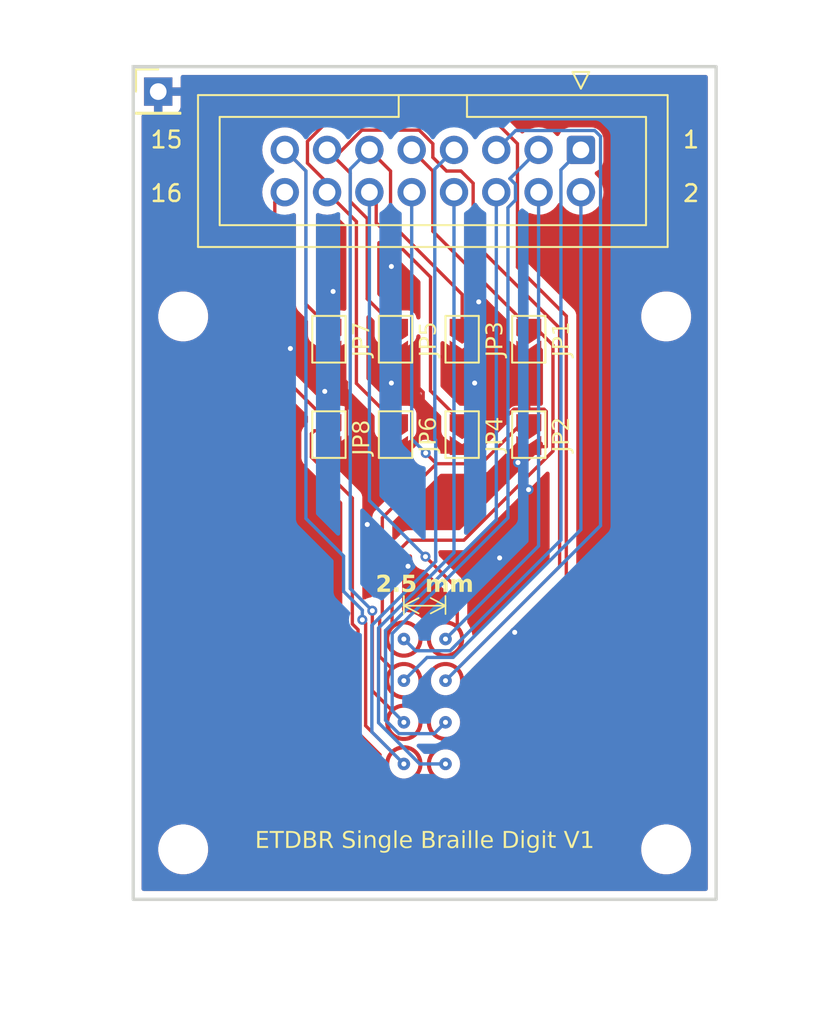
<source format=kicad_pcb>
(kicad_pcb (version 20240108) (generator "pcbnew") (generator_version "8.0")
  (layers (0 "F.Cu" signal) (31 "B.Cu" signal) (34 "B.Paste" user) (35 "F.Paste" user) (36 "B.SilkS" user "B.Silkscreen") (37 "F.SilkS" user "F.Silkscreen") (38 "B.Mask" user) (39 "F.Mask" user) (44 "Edge.Cuts" user))
  (net 0 "")
  (net 1 "Net-(J2-Pin_16)")
  (net 2 "Net-(J2-Pin_11)")
  (net 3 "Net-(J2-Pin_7)")
  (net 4 "Net-(J2-Pin_2)")
  (net 5 "Net-(J2-Pin_3)")
  (net 6 "Net-(J2-Pin_15)")
  (net 7 "Net-(J2-Pin_9)")
  (net 8 "Net-(J2-Pin_4)")
  (net 9 "Net-(J2-Pin_6)")
  (net 10 "Net-(J2-Pin_14)")
  (net 11 "Net-(J2-Pin_5)")
  (net 12 "Net-(J2-Pin_13)")
  (net 13 "Net-(J2-Pin_10)")
  (net 14 "Net-(J2-Pin_12)")
  (net 15 "Net-(J2-Pin_1)")
  (net 16 "Net-(J2-Pin_8)")
  (net 17 "/GNDPlane")
  (footprint "Connector_PinHeader_2.54mm:PinHeader_1x01_P2.54mm_Vertical" (layer "F.Cu") (at 49.78 57.465)
    (property "Reference" "J1")
    (property "Value" "Conn_01x01_Pin")
    (fp_line (start -1.33 -1.33) (end 0 -1.33) (stroke (width 0.12)) (layer "F.SilkS"))
    (fp_line (start -1.33 0) (end -1.33 -1.33) (stroke (width 0.12)) (layer "F.SilkS"))
    (fp_line (start -1.33 1.27) (end -1.33 1.33) (stroke (width 0.12)) (layer "F.SilkS"))
    (fp_line (start -1.33 1.27) (end 1.33 1.27) (stroke (width 0.12)) (layer "F.SilkS"))
    (fp_line (start -1.33 1.33) (end 1.33 1.33) (stroke (width 0.12)) (layer "F.SilkS"))
    (fp_line (start 1.33 1.27) (end 1.33 1.33) (stroke (width 0.12)) (layer "F.SilkS"))
    (pad "1" thru_hole rect (at 0 0) (size 1.7 1.7) (drill 1) (layers "*.Cu" "*.Mask") (net 17 "/GNDPlane"))
  )
  (footprint "Jumper:SolderJumper-2_P1.3mm_Open_TrianglePad1.0x1.5mm" (layer "F.Cu") (at 68.03 72.335 -90)
    (property "Reference" "JP3" (at 0 -2 90) (layer "F.SilkS"))
    (property "Value" "SolderJumper_2_Open" (hide yes))
    (fp_line (start -1.4 1) (end -1.4 -1) (stroke (width 0.12)) (layer "F.SilkS"))
    (fp_line (start 1.4 1) (end -1.4 1) (stroke (width 0.12)) (layer "F.SilkS"))
    (fp_line (start -1.4 -1) (end 1.4 -1) (stroke (width 0.12)) (layer "F.SilkS"))
    (fp_line (start 1.4 -1) (end 1.4 1) (stroke (width 0.12)) (layer "F.SilkS"))
    (pad "1" smd custom (at -0.725 0 270) (size 0.3 0.3) (layers "F.Cu" "F.Mask") (net 2 "Net-(J2-Pin_11)") (options (clearance outline) (anchor rect)) (primitives (gr_poly (pts (xy 1 0) (xy 0.5 0.75) (xy -0.5 0.75) (xy -0.5 -0.75) (xy 0.5 -0.75)) (width 0) (fill yes))))
    (pad "2" smd custom (at 0.725 0 270) (size 0.3 0.3) (layers "F.Cu" "F.Mask") (net 17 "/GNDPlane") (options (clearance outline) (anchor rect)) (primitives (gr_poly (pts (xy 0.5 0.75) (xy -0.65 0.75) (xy -0.15 0) (xy -0.65 -0.75) (xy 0.5 -0.75)) (width 0) (fill yes))))
  )
  (footprint "Connector_IDC:IDC-Header_2x08_P2.54mm_Vertical" (layer "F.Cu") (at 75.16 60.965 -90)
    (property "Reference" "J2" (hide yes))
    (property "Value" "Conn_02x08_Top_Bottom")
    (fp_line (start -3.29 22.99) (end -3.29 -5.21) (stroke (width 0.12)) (layer "F.SilkS"))
    (fp_line (start 5.83 22.99) (end -3.29 22.99) (stroke (width 0.12)) (layer "F.SilkS"))
    (fp_line (start -1.98 21.69) (end -1.98 10.94) (stroke (width 0.12)) (layer "F.SilkS"))
    (fp_line (start 4.52 21.69) (end -1.98 21.69) (stroke (width 0.12)) (layer "F.SilkS"))
    (fp_line (start -1.98 10.94) (end -3.29 10.94) (stroke (width 0.12)) (layer "F.SilkS"))
    (fp_line (start -1.98 10.94) (end -1.98 10.94) (stroke (width 0.12)) (layer "F.SilkS"))
    (fp_line (start -3.29 6.84) (end -1.98 6.84) (stroke (width 0.12)) (layer "F.SilkS"))
    (fp_line (start -1.98 6.84) (end -1.98 -3.91) (stroke (width 0.12)) (layer "F.SilkS"))
    (fp_line (start -4.68 0.5) (end -3.68 0) (stroke (width 0.12)) (layer "F.SilkS"))
    (fp_line (start -3.68 0) (end -4.68 -0.5) (stroke (width 0.12)) (layer "F.SilkS"))
    (fp_line (start -4.68 -0.5) (end -4.68 0.5) (stroke (width 0.12)) (layer "F.SilkS"))
    (fp_line (start -1.98 -3.91) (end 4.52 -3.91) (stroke (width 0.12)) (layer "F.SilkS"))
    (fp_line (start 4.52 -3.91) (end 4.52 21.69) (stroke (width 0.12)) (layer "F.SilkS"))
    (fp_line (start -3.29 -5.21) (end 5.83 -5.21) (stroke (width 0.12)) (layer "F.SilkS"))
    (fp_line (start 5.83 -5.21) (end 5.83 22.99) (stroke (width 0.12)) (layer "F.SilkS"))
    (pad "1" thru_hole roundrect (at 0 0 270) (size 1.7 1.7) (drill 1) (layers "*.Cu" "*.Mask") (roundrect_rratio 0.147059) (net 15 "Net-(J2-Pin_1)"))
    (pad "2" thru_hole circle (at 2.54 0 270) (size 1.7 1.7) (drill 1) (layers "*.Cu" "*.Mask") (net 4 "Net-(J2-Pin_2)"))
    (pad "3" thru_hole circle (at 0 2.54 270) (size 1.7 1.7) (drill 1) (layers "*.Cu" "*.Mask") (net 5 "Net-(J2-Pin_3)"))
    (pad "4" thru_hole circle (at 2.54 2.54 270) (size 1.7 1.7) (drill 1) (layers "*.Cu" "*.Mask") (net 8 "Net-(J2-Pin_4)"))
    (pad "5" thru_hole circle (at 0 5.08 270) (size 1.7 1.7) (drill 1) (layers "*.Cu" "*.Mask") (net 11 "Net-(J2-Pin_5)"))
    (pad "6" thru_hole circle (at 2.54 5.08 270) (size 1.7 1.7) (drill 1) (layers "*.Cu" "*.Mask") (net 9 "Net-(J2-Pin_6)"))
    (pad "7" thru_hole circle (at 0 7.62 270) (size 1.7 1.7) (drill 1) (layers "*.Cu" "*.Mask") (net 3 "Net-(J2-Pin_7)"))
    (pad "8" thru_hole circle (at 2.54 7.62 270) (size 1.7 1.7) (drill 1) (layers "*.Cu" "*.Mask") (net 16 "Net-(J2-Pin_8)"))
    (pad "9" thru_hole circle (at 0 10.16 270) (size 1.7 1.7) (drill 1) (layers "*.Cu" "*.Mask") (net 7 "Net-(J2-Pin_9)"))
    (pad "10" thru_hole circle (at 2.54 10.16 270) (size 1.7 1.7) (drill 1) (layers "*.Cu" "*.Mask") (net 13 "Net-(J2-Pin_10)"))
    (pad "11" thru_hole circle (at 0 12.7 270) (size 1.7 1.7) (drill 1) (layers "*.Cu" "*.Mask") (net 2 "Net-(J2-Pin_11)"))
    (pad "12" thru_hole circle (at 2.54 12.7 270) (size 1.7 1.7) (drill 1) (layers "*.Cu" "*.Mask") (net 14 "Net-(J2-Pin_12)"))
    (pad "13" thru_hole circle (at 0 15.24 270) (size 1.7 1.7) (drill 1) (layers "*.Cu" "*.Mask") (net 12 "Net-(J2-Pin_13)"))
    (pad "14" thru_hole circle (at 2.54 15.24 270) (size 1.7 1.7) (drill 1) (layers "*.Cu" "*.Mask") (net 10 "Net-(J2-Pin_14)"))
    (pad "15" thru_hole circle (at 0 17.78 270) (size 1.7 1.7) (drill 1) (layers "*.Cu" "*.Mask") (net 6 "Net-(J2-Pin_15)"))
    (pad "16" thru_hole circle (at 2.54 17.78 270) (size 1.7 1.7) (drill 1) (layers "*.Cu" "*.Mask") (net 1 "Net-(J2-Pin_16)"))
  )
  (footprint "Jumper:SolderJumper-2_P1.3mm_Open_TrianglePad1.0x1.5mm" (layer "F.Cu") (at 68.03 78.06 -90)
    (property "Reference" "JP4" (at 0 -2 90) (layer "F.SilkS"))
    (property "Value" "SolderJumper_2_Open" (hide yes))
    (fp_line (start -1.4 1) (end -1.4 -1) (stroke (width 0.12)) (layer "F.SilkS"))
    (fp_line (start 1.4 1) (end -1.4 1) (stroke (width 0.12)) (layer "F.SilkS"))
    (fp_line (start -1.4 -1) (end 1.4 -1) (stroke (width 0.12)) (layer "F.SilkS"))
    (fp_line (start 1.4 -1) (end 1.4 1) (stroke (width 0.12)) (layer "F.SilkS"))
    (pad "1" smd custom (at -0.725 0 270) (size 0.3 0.3) (layers "F.Cu" "F.Mask") (net 14 "Net-(J2-Pin_12)") (options (clearance outline) (anchor rect)) (primitives (gr_poly (pts (xy 1 0) (xy 0.5 0.75) (xy -0.5 0.75) (xy -0.5 -0.75) (xy 0.5 -0.75)) (width 0) (fill yes))))
    (pad "2" smd custom (at 0.725 0 270) (size 0.3 0.3) (layers "F.Cu" "F.Mask") (net 17 "/GNDPlane") (options (clearance outline) (anchor rect)) (primitives (gr_poly (pts (xy 0.5 0.75) (xy -0.65 0.75) (xy -0.15 0) (xy -0.65 -0.75) (xy 0.5 -0.75)) (width 0) (fill yes))))
  )
  (footprint "MountingHole:MountingHole_2.5mm" (layer "F.Cu") (at 51.28 70.965)
    (property "Reference" "REF**")
    (property "Value" "MountingHole_2.5mm" (hide yes))
    (pad "" np_thru_hole circle (at 0 0) (size 2.5 2.5) (drill 2.5) (layers "*.Cu" "*.Mask"))
  )
  (footprint "Jumper:SolderJumper-2_P1.3mm_Open_TrianglePad1.0x1.5mm" (layer "F.Cu") (at 60.03 72.335 -90)
    (property "Reference" "JP7" (at 0 -2 90) (layer "F.SilkS"))
    (property "Value" "SolderJumper_2_Open" (hide yes))
    (fp_line (start -1.4 1) (end -1.4 -1) (stroke (width 0.12)) (layer "F.SilkS"))
    (fp_line (start 1.4 1) (end -1.4 1) (stroke (width 0.12)) (layer "F.SilkS"))
    (fp_line (start -1.4 -1) (end 1.4 -1) (stroke (width 0.12)) (layer "F.SilkS"))
    (fp_line (start 1.4 -1) (end 1.4 1) (stroke (width 0.12)) (layer "F.SilkS"))
    (pad "1" smd custom (at -0.725 0 270) (size 0.3 0.3) (layers "F.Cu" "F.Mask") (net 6 "Net-(J2-Pin_15)") (options (clearance outline) (anchor rect)) (primitives (gr_poly (pts (xy 1 0) (xy 0.5 0.75) (xy -0.5 0.75) (xy -0.5 -0.75) (xy 0.5 -0.75)) (width 0) (fill yes))))
    (pad "2" smd custom (at 0.725 0 270) (size 0.3 0.3) (layers "F.Cu" "F.Mask") (net 17 "/GNDPlane") (options (clearance outline) (anchor rect)) (primitives (gr_poly (pts (xy 0.5 0.75) (xy -0.65 0.75) (xy -0.15 0) (xy -0.65 -0.75) (xy 0.5 -0.75)) (width 0) (fill yes))))
  )
  (footprint "Jumper:SolderJumper-2_P1.3mm_Open_TrianglePad1.0x1.5mm" (layer "F.Cu") (at 64.03 78.06 -90)
    (property "Reference" "JP6" (at 0 -2 90) (layer "F.SilkS"))
    (property "Value" "SolderJumper_2_Open" (hide yes))
    (fp_line (start -1.4 1) (end -1.4 -1) (stroke (width 0.12)) (layer "F.SilkS"))
    (fp_line (start 1.4 1) (end -1.4 1) (stroke (width 0.12)) (layer "F.SilkS"))
    (fp_line (start -1.4 -1) (end 1.4 -1) (stroke (width 0.12)) (layer "F.SilkS"))
    (fp_line (start 1.4 -1) (end 1.4 1) (stroke (width 0.12)) (layer "F.SilkS"))
    (pad "1" smd custom (at -0.725 0 270) (size 0.3 0.3) (layers "F.Cu" "F.Mask") (net 10 "Net-(J2-Pin_14)") (options (clearance outline) (anchor rect)) (primitives (gr_poly (pts (xy 1 0) (xy 0.5 0.75) (xy -0.5 0.75) (xy -0.5 -0.75) (xy 0.5 -0.75)) (width 0) (fill yes))))
    (pad "2" smd custom (at 0.725 0 270) (size 0.3 0.3) (layers "F.Cu" "F.Mask") (net 17 "/GNDPlane") (options (clearance outline) (anchor rect)) (primitives (gr_poly (pts (xy 0.5 0.75) (xy -0.65 0.75) (xy -0.15 0) (xy -0.65 -0.75) (xy 0.5 -0.75)) (width 0) (fill yes))))
  )
  (footprint "MountingHole:MountingHole_2.5mm" (layer "F.Cu") (at 80.28 102.965)
    (property "Reference" "REF**")
    (property "Value" "MountingHole_2.5mm" (hide yes))
    (pad "" np_thru_hole circle (at 0 0) (size 2.5 2.5) (drill 2.5) (layers "*.Cu" "*.Mask"))
  )
  (footprint "Jumper:SolderJumper-2_P1.3mm_Open_TrianglePad1.0x1.5mm" (layer "F.Cu") (at 72.03 78.06 -90)
    (property "Reference" "JP2" (at 0 -2 90) (layer "F.SilkS"))
    (property "Value" "SolderJumper_2_Open" (hide yes))
    (fp_line (start -1.4 1) (end -1.4 -1) (stroke (width 0.12)) (layer "F.SilkS"))
    (fp_line (start 1.4 1) (end -1.4 1) (stroke (width 0.12)) (layer "F.SilkS"))
    (fp_line (start -1.4 -1) (end 1.4 -1) (stroke (width 0.12)) (layer "F.SilkS"))
    (fp_line (start 1.4 -1) (end 1.4 1) (stroke (width 0.12)) (layer "F.SilkS"))
    (pad "1" smd custom (at -0.725 0 270) (size 0.3 0.3) (layers "F.Cu" "F.Mask") (net 13 "Net-(J2-Pin_10)") (options (clearance outline) (anchor rect)) (primitives (gr_poly (pts (xy 1 0) (xy 0.5 0.75) (xy -0.5 0.75) (xy -0.5 -0.75) (xy 0.5 -0.75)) (width 0) (fill yes))))
    (pad "2" smd custom (at 0.725 0 270) (size 0.3 0.3) (layers "F.Cu" "F.Mask") (net 17 "/GNDPlane") (options (clearance outline) (anchor rect)) (primitives (gr_poly (pts (xy 0.5 0.75) (xy -0.65 0.75) (xy -0.15 0) (xy -0.65 -0.75) (xy 0.5 -0.75)) (width 0) (fill yes))))
  )
  (footprint "Jumper:SolderJumper-2_P1.3mm_Open_TrianglePad1.0x1.5mm" (layer "F.Cu") (at 60.03 78.06 -90)
    (property "Reference" "JP8" (at 0.185 -2 90) (layer "F.SilkS"))
    (property "Value" "SolderJumper_2_Open" (hide yes))
    (fp_line (start -1.4 1) (end -1.4 -1) (stroke (width 0.12)) (layer "F.SilkS"))
    (fp_line (start 1.4 1) (end -1.4 1) (stroke (width 0.12)) (layer "F.SilkS"))
    (fp_line (start -1.4 -1) (end 1.4 -1) (stroke (width 0.12)) (layer "F.SilkS"))
    (fp_line (start 1.4 -1) (end 1.4 1) (stroke (width 0.12)) (layer "F.SilkS"))
    (pad "1" smd custom (at -0.725 0 270) (size 0.3 0.3) (layers "F.Cu" "F.Mask") (net 1 "Net-(J2-Pin_16)") (options (clearance outline) (anchor rect)) (primitives (gr_poly (pts (xy 1 0) (xy 0.5 0.75) (xy -0.5 0.75) (xy -0.5 -0.75) (xy 0.5 -0.75)) (width 0) (fill yes))))
    (pad "2" smd custom (at 0.725 0 270) (size 0.3 0.3) (layers "F.Cu" "F.Mask") (net 17 "/GNDPlane") (options (clearance outline) (anchor rect)) (primitives (gr_poly (pts (xy 0.5 0.75) (xy -0.65 0.75) (xy -0.15 0) (xy -0.65 -0.75) (xy 0.5 -0.75)) (width 0) (fill yes))))
  )
  (footprint "Jumper:SolderJumper-2_P1.3mm_Open_TrianglePad1.0x1.5mm" (layer "F.Cu") (at 72.03 72.335 -90)
    (property "Reference" "JP1" (at 0 -2 90) (layer "F.SilkS"))
    (property "Value" "SolderJumper_2_Open" (hide yes))
    (fp_line (start -1.4 1) (end -1.4 -1) (stroke (width 0.12)) (layer "F.SilkS"))
    (fp_line (start 1.4 1) (end -1.4 1) (stroke (width 0.12)) (layer "F.SilkS"))
    (fp_line (start -1.4 -1) (end 1.4 -1) (stroke (width 0.12)) (layer "F.SilkS"))
    (fp_line (start 1.4 -1) (end 1.4 1) (stroke (width 0.12)) (layer "F.SilkS"))
    (pad "1" smd custom (at -0.725 0 270) (size 0.3 0.3) (layers "F.Cu" "F.Mask") (net 7 "Net-(J2-Pin_9)") (options (clearance outline) (anchor rect)) (primitives (gr_poly (pts (xy 1 0) (xy 0.5 0.75) (xy -0.5 0.75) (xy -0.5 -0.75) (xy 0.5 -0.75)) (width 0) (fill yes))))
    (pad "2" smd custom (at 0.725 0 270) (size 0.3 0.3) (layers "F.Cu" "F.Mask") (net 17 "/GNDPlane") (options (clearance outline) (anchor rect)) (primitives (gr_poly (pts (xy 0.5 0.75) (xy -0.65 0.75) (xy -0.15 0) (xy -0.65 -0.75) (xy 0.5 -0.75)) (width 0) (fill yes))))
  )
  (footprint "MountingHole:MountingHole_2.5mm" (layer "F.Cu") (at 51.28 102.965)
    (property "Reference" "REF**")
    (property "Value" "MountingHole_2.5mm" (hide yes))
    (pad "" np_thru_hole circle (at 0 0) (size 2.5 2.5) (drill 2.5) (layers "*.Cu" "*.Mask"))
  )
  (footprint "MountingHole:MountingHole_2.5mm" (layer "F.Cu") (at 80.28 70.965)
    (property "Reference" "REF**")
    (property "Value" "MountingHole_2.5mm" (hide yes))
    (pad "" np_thru_hole circle (at 0 0) (size 2.5 2.5) (drill 2.5) (layers "*.Cu" "*.Mask"))
  )
  (footprint "etdbrFoot:digitV1.1" (layer "F.Cu") (at 64.53 97.835)
    (property "Reference" "U2")
    (property "Value" "~")
    (dimension (type aligned) (layer "F.SilkS") (pts (xy 64.53 89.335) (xy 67.03 89.335)) (height -1) (gr_text "2.5 mm" (at 65.78 87.085 0) (layer "F.SilkS") (effects (font (face "Comic Sans MS") (size 1 1) (thickness 0.3) (bold yes)))) (format (prefix "") (suffix "") (units 3) (units_format 1) (precision 3) suppress_zeroes) (style (thickness 0.1) (arrow_length 1) (text_position_mode 0) (extension_height 0.58642) (extension_offset 0.5) keep_text_aligned))
    (pad "-1" smd custom (at -0.707107 -8.207107) (size 0.25 0.25) (layers "F.Cu" "F.Paste" "F.Mask") (net 7 "Net-(J2-Pin_9)") (options (clearance outline) (anchor circle)) (primitives (gr_circle (center 0.707107 0.707107) (end 1.707107 0.707107) (width 0.25) (fill no))))
    (pad "-2" smd custom (at -0.707107 -5.707107) (size 0.25 0.25) (layers "F.Cu" "F.Paste" "F.Mask") (net 13 "Net-(J2-Pin_10)") (options (clearance outline) (anchor circle)) (primitives (gr_circle (center 0.707107 0.707107) (end 1.707107 0.707107) (width 0.25) (fill no))))
    (pad "-3" smd custom (at -0.707107 -3.207107) (size 0.25 0.25) (layers "F.Cu" "F.Paste" "F.Mask") (net 2 "Net-(J2-Pin_11)") (options (clearance outline) (anchor circle)) (primitives (gr_circle (center 0.707107 0.707107) (end 1.707107 0.707107) (width 0.25) (fill no))))
    (pad "-4" smd custom (at 3.207107 -8.207107) (size 0.25 0.25) (layers "F.Cu" "F.Paste" "F.Mask") (net 14 "Net-(J2-Pin_12)") (options (clearance outline) (anchor circle)) (primitives (gr_circle (center -0.707107 0.707107) (end 0.292893 0.707107) (width 0.25) (fill no))))
    (pad "-5" smd custom (at 3.207107 -5.707107) (size 0.25 0.25) (layers "F.Cu" "F.Paste" "F.Mask") (net 12 "Net-(J2-Pin_13)") (options (clearance outline) (anchor circle)) (primitives (gr_circle (center -0.707107 0.707107) (end 0.292893 0.707107) (width 0.25) (fill no))))
    (pad "-6" smd custom (at 3.207107 -3.207107) (size 0.25 0.25) (layers "F.Cu" "F.Paste" "F.Mask") (net 10 "Net-(J2-Pin_14)") (options (clearance outline) (anchor circle)) (primitives (gr_circle (center -0.707107 0.707107) (end 0.292893 0.707107) (width 0.25) (fill no))))
    (pad "-7" smd custom (at -0.707107 -0.707107) (size 0.25 0.25) (layers "F.Cu" "F.Paste" "F.Mask") (net 6 "Net-(J2-Pin_15)") (options (clearance outline) (anchor circle)) (primitives (gr_circle (center 0.707107 0.707107) (end 1.707107 0.707107) (width 0.25) (fill no))))
    (pad "-8" smd custom (at 1.792893 0.707107) (size 0.25 0.25) (layers "F.Cu" "F.Paste" "F.Mask") (net 1 "Net-(J2-Pin_16)") (options (clearance outline) (anchor circle)) (primitives (gr_circle (center 0.707107 -0.707107) (end 1.707107 -0.707107) (width 0.25) (fill no))))
    (pad "1" thru_hole circle (at 0 -7.5 270) (size 0.75 0.75) (drill 0.3) (layers "*.Cu" "*.Mask") (net 15 "Net-(J2-Pin_1)"))
    (pad "2" thru_hole circle (at 0 -5 270) (size 0.75 0.75) (drill 0.3) (layers "*.Cu" "*.Mask") (net 4 "Net-(J2-Pin_2)"))
    (pad "3" thru_hole circle (at 0 -2.5 270) (size 0.75 0.75) (drill 0.3) (layers "*.Cu" "*.Mask") (net 5 "Net-(J2-Pin_3)"))
    (pad "4" thru_hole circle (at 2.5 -7.5 90) (size 0.75 0.75) (drill 0.3) (layers "*.Cu" "*.Mask") (net 8 "Net-(J2-Pin_4)"))
    (pad "5" thru_hole circle (at 2.5 -5 90) (size 0.75 0.75) (drill 0.3) (layers "*.Cu" "*.Mask") (net 11 "Net-(J2-Pin_5)"))
    (pad "6" thru_hole circle (at 2.5 -2.5 90) (size 0.75 0.75) (drill 0.3) (layers "*.Cu" "*.Mask") (net 9 "Net-(J2-Pin_6)"))
    (pad "7" thru_hole circle (at 0 0 270) (size 0.75 0.75) (drill 0.3) (layers "*.Cu" "*.Mask") (net 3 "Net-(J2-Pin_7)"))
    (pad "8" thru_hole circle (at 2.5 0 90) (size 0.75 0.75) (drill 0.3) (layers "*.Cu" "*.Mask") (net 16 "Net-(J2-Pin_8)"))
  )
  (footprint "Jumper:SolderJumper-2_P1.3mm_Open_TrianglePad1.0x1.5mm" (layer "F.Cu") (at 64.03 72.335 -90)
    (property "Reference" "JP5" (at 0 -2 90) (layer "F.SilkS"))
    (property "Value" "SolderJumper_2_Open" (hide yes))
    (fp_line (start -1.4 1) (end -1.4 -1) (stroke (width 0.12)) (layer "F.SilkS"))
    (fp_line (start 1.4 1) (end -1.4 1) (stroke (width 0.12)) (layer "F.SilkS"))
    (fp_line (start -1.4 -1) (end 1.4 -1) (stroke (width 0.12)) (layer "F.SilkS"))
    (fp_line (start 1.4 -1) (end 1.4 1) (stroke (width 0.12)) (layer "F.SilkS"))
    (pad "1" smd custom (at -0.725 0 270) (size 0.3 0.3) (layers "F.Cu" "F.Mask") (net 12 "Net-(J2-Pin_13)") (options (clearance outline) (anchor rect)) (primitives (gr_poly (pts (xy 1 0) (xy 0.5 0.75) (xy -0.5 0.75) (xy -0.5 -0.75) (xy 0.5 -0.75)) (width 0) (fill yes))))
    (pad "2" smd custom (at 0.725 0 270) (size 0.3 0.3) (layers "F.Cu" "F.Mask") (net 17 "/GNDPlane") (options (clearance outline) (anchor rect)) (primitives (gr_poly (pts (xy 0.5 0.75) (xy -0.65 0.75) (xy -0.15 0) (xy -0.65 -0.75) (xy 0.5 -0.75)) (width 0) (fill yes))))
  )
  (gr_rect (start 48.28 55.965) (end 83.28 105.965) (stroke (width 0.2)) (fill none) (layer "Edge.Cuts"))
  (gr_text "15\n\n16" (at 50.28 61.965 0) (layer "F.SilkS") (effects (font (size 1 1))))
  (gr_text "1\n\n2" (at 81.78 61.965 0) (layer "F.SilkS") (effects (font (size 1 1))))
  (gr_text "ETDBR Single Braille Digit V1\n" (at 65.78 102.465 0) (layer "F.SilkS") (effects (font (size 1 1))))
  (segment (start 61.78 89.772292) (end 61.78 95.965) (width 0.2) (layer "F.Cu") (net 1))
  (segment (start 59.153664 77.83) (end 58.975 78.008664) (width 0.2) (layer "F.Cu") (net 1))
  (segment (start 59.8331 77.1381) (end 60.03 77.335) (width 0.2) (layer "F.Cu") (net 1))
  (segment (start 60.525 77.83) (end 59.153664 77.83) (width 0.2) (layer "F.Cu") (net 1))
  (segment (start 59.8331 77.1381) (end 60.525 77.83) (width 0.2) (layer "F.Cu") (net 1))
  (segment (start 61.4354 81.871736) (end 61.4354 89.427692) (width 0.2) (layer "F.Cu") (net 1))
  (segment (start 58.975 79.411336) (end 61.4354 81.871736) (width 0.2) (layer "F.Cu") (net 1))
  (segment (start 63.09518 97.28018) (end 63.09518 98.42761) (width 0.2) (layer "F.Cu") (net 1))
  (segment (start 57.38 63.505) (end 56.78 64.105) (width 0.2) (layer "F.Cu") (net 1))
  (segment (start 61.78 95.965) (end 63.09518 97.28018) (width 0.2) (layer "F.Cu") (net 1))
  (segment (start 63.93257 99.265) (end 65.6 99.265) (width 0.2) (layer "F.Cu") (net 1))
  (segment (start 65.6 99.265) (end 66.322893 98.542107) (width 0.2) (layer "F.Cu") (net 1))
  (segment (start 56.78 74.085) (end 59.8331 77.1381) (width 0.2) (layer "F.Cu") (net 1))
  (segment (start 61.4354 89.427692) (end 61.78 89.772292) (width 0.2) (layer "F.Cu") (net 1))
  (segment (start 63.09518 98.42761) (end 63.93257 99.265) (width 0.2) (layer "F.Cu") (net 1))
  (segment (start 58.975 78.008664) (end 58.975 79.411336) (width 0.2) (layer "F.Cu") (net 1))
  (segment (start 56.78 64.105) (end 56.78 74.085) (width 0.2) (layer "F.Cu") (net 1))
  (segment (start 63.73 62.235) (end 63.73 65.3405) (width 0.2) (layer "F.Cu") (net 2))
  (segment (start 62.6354 93.4404) (end 62.6354 88.6334) (width 0.2) (layer "F.Cu") (net 2))
  (segment (start 63.73 65.3405) (end 68.03 69.6405) (width 0.2) (layer "F.Cu") (net 2))
  (segment (start 63.8229 94.6279) (end 62.6354 93.4404) (width 0.2) (layer "F.Cu") (net 2))
  (segment (start 62.46 60.965) (end 63.73 62.235) (width 0.2) (layer "F.Cu") (net 2))
  (segment (start 68.03 69.6405) (end 68.03 71.61) (width 0.2) (layer "F.Cu") (net 2))
  (via (at 62.6354 88.6334) (size 0.6) (drill 0.3) (layers "F.Cu" "B.Cu") (net 2))
  (segment (start 62.6354 88.6334) (end 61.3098 87.3078) (width 0.2) (layer "B.Cu") (net 2))
  (segment (start 61.3098 62.1152) (end 62.46 60.965) (width 0.2) (layer "B.Cu") (net 2))
  (segment (start 61.3098 87.3078) (end 61.3098 62.1152) (width 0.2) (layer "B.Cu") (net 2))
  (segment (start 62.6084 89.5091) (end 62.6084 95.9134) (width 0.2) (layer "B.Cu") (net 3))
  (segment (start 66.4412 78.3825) (end 66.4412 85.6763) (width 0.2) (layer "B.Cu") (net 3))
  (segment (start 66.3865 78.3278) (end 66.4412 78.3825) (width 0.2) (layer "B.Cu") (net 3))
  (segment (start 62.6084 95.9134) (end 64.53 97.835) (width 0.2) (layer "B.Cu") (net 3))
  (segment (start 66.3865 62.1185) (end 66.3865 78.3278) (width 0.2) (layer "B.Cu") (net 3))
  (segment (start 67.54 60.965) (end 66.3865 62.1185) (width 0.2) (layer "B.Cu") (net 3))
  (segment (start 66.4412 85.6763) (end 62.6084 89.5091) (width 0.2) (layer "B.Cu") (net 3))
  (segment (start 65.9266 91.4384) (end 67.4868 91.4384) (width 0.2) (layer "B.Cu") (net 4))
  (segment (start 64.53 92.835) (end 65.9266 91.4384) (width 0.2) (layer "B.Cu") (net 4))
  (segment (start 67.4868 91.4384) (end 75.16 83.7652) (width 0.2) (layer "B.Cu") (net 4))
  (segment (start 75.16 83.7652) (end 75.16 63.505) (width 0.2) (layer "B.Cu") (net 4))
  (segment (start 71.23 63.028654) (end 70.893173 62.691827) (width 0.2) (layer "B.Cu") (net 5))
  (segment (start 70.78 83.0569) (end 70.78 64.431346) (width 0.2) (layer "B.Cu") (net 5))
  (segment (start 71.23 63.981346) (end 71.23 63.028654) (width 0.2) (layer "B.Cu") (net 5))
  (segment (start 70.78 64.431346) (end 71.23 63.981346) (width 0.2) (layer "B.Cu") (net 5))
  (segment (start 70.893173 62.691827) (end 72.62 60.965) (width 0.2) (layer "B.Cu") (net 5))
  (segment (start 63.829 90.0079) (end 70.78 83.0569) (width 0.2) (layer "B.Cu") (net 5))
  (segment (start 64.53 95.335) (end 63.829 94.634) (width 0.2) (layer "B.Cu") (net 5))
  (segment (start 63.829 94.634) (end 63.829 90.0079) (width 0.2) (layer "B.Cu") (net 5))
  (segment (start 58.65 62.235) (end 58.65 70.23) (width 0.2) (layer "F.Cu") (net 6))
  (segment (start 62.2354 89.379163) (end 62.2354 95.5404) (width 0.2) (layer "F.Cu") (net 6))
  (segment (start 62.2354 95.5404) (end 63.822893 97.127893) (width 0.2) (layer "F.Cu") (net 6))
  (segment (start 62.0354 89.179163) (end 62.2354 89.379163) (width 0.2) (layer "F.Cu") (net 6))
  (segment (start 57.38 60.965) (end 58.65 62.235) (width 0.2) (layer "F.Cu") (net 6))
  (segment (start 58.65 70.23) (end 60.03 71.61) (width 0.2) (layer "F.Cu") (net 6))
  (via (at 62.0354 89.179163) (size 0.6) (drill 0.3) (layers "F.Cu" "B.Cu") (net 6))
  (segment (start 60.9098 85.3548) (end 58.65 83.095) (width 0.2) (layer "B.Cu") (net 6))
  (segment (start 60.9098 87.473486) (end 60.9098 85.3548) (width 0.2) (layer "B.Cu") (net 6))
  (segment (start 58.65 62.235) (end 57.38 60.965) (width 0.2) (layer "B.Cu") (net 6))
  (segment (start 58.65 83.095) (end 58.65 62.235) (width 0.2) (layer "B.Cu") (net 6))
  (segment (start 62.0354 88.599086) (end 60.9098 87.473486) (width 0.2) (layer "B.Cu") (net 6))
  (segment (start 62.0354 89.179163) (end 62.0354 88.599086) (width 0.2) (layer "B.Cu") (net 6))
  (segment (start 66.27 62.235) (end 66.27 65.85) (width 0.2) (layer "F.Cu") (net 7))
  (segment (start 73.4827 72.6883) (end 73.4827 79.0527) (width 0.2) (layer "F.Cu") (net 7))
  (segment (start 73.4827 79.0527) (end 68.1347 84.4007) (width 0.2) (layer "F.Cu") (net 7))
  (segment (start 72.03 71.61) (end 72.4044 71.61) (width 0.2) (layer "F.Cu") (net 7))
  (segment (start 63.8229 85.4221) (end 63.8229 89.6279) (width 0.2) (layer "F.Cu") (net 7))
  (segment (start 72.4044 71.61) (end 73.4827 72.6883) (width 0.2) (layer "F.Cu") (net 7))
  (segment (start 65 60.965) (end 66.27 62.235) (width 0.2) (layer "F.Cu") (net 7))
  (segment (start 68.1347 84.4007) (end 64.8443 84.4007) (width 0.2) (layer "F.Cu") (net 7))
  (segment (start 64.8443 84.4007) (end 63.8229 85.4221) (width 0.2) (layer "F.Cu") (net 7))
  (segment (start 66.27 65.85) (end 72.03 71.61) (width 0.2) (layer "F.Cu") (net 7))
  (segment (start 72.62 63.505) (end 72.62 84.745) (width 0.2) (layer "B.Cu") (net 8))
  (segment (start 72.62 84.745) (end 67.03 90.335) (width 0.2) (layer "B.Cu") (net 8))
  (segment (start 64.2318 96.016) (end 63.4288 95.213) (width 0.2) (layer "B.Cu") (net 9))
  (segment (start 67.03 95.335) (end 66.349 96.016) (width 0.2) (layer "B.Cu") (net 9))
  (segment (start 63.4288 95.213) (end 63.4288 89.8203) (width 0.2) (layer "B.Cu") (net 9))
  (segment (start 63.4288 89.8203) (end 70.08 83.1691) (width 0.2) (layer "B.Cu") (net 9))
  (segment (start 66.349 96.016) (end 64.2318 96.016) (width 0.2) (layer "B.Cu") (net 9))
  (segment (start 70.08 83.1691) (end 70.08 63.505) (width 0.2) (layer "B.Cu") (net 9))
  (segment (start 71.35 68.0063) (end 71.35 60.5921) (width 0.2) (layer "F.Cu") (net 10))
  (segment (start 58.7413 61.7604) (end 59.92 62.9391) (width 0.2) (layer "F.Cu") (net 10))
  (segment (start 64.03 77.335) (end 61.6802 74.9852) (width 0.2) (layer "F.Cu") (net 10))
  (segment (start 67.7371 94.6279) (end 74.2829 88.0821) (width 0.2) (layer "F.Cu") (net 10))
  (segment (start 58.7413 60.4542) (end 58.7413 61.7604) (width 0.2) (layer "F.Cu") (net 10))
  (segment (start 59.92 62.9391) (end 59.92 63.505) (width 0.2) (layer "F.Cu") (net 10))
  (segment (start 59.8161 59.3794) (end 58.7413 60.4542) (width 0.2) (layer "F.Cu") (net 10))
  (segment (start 74.2829 88.0821) (end 74.2829 70.9392) (width 0.2) (layer "F.Cu") (net 10))
  (segment (start 70.1373 59.3794) (end 59.8161 59.3794) (width 0.2) (layer "F.Cu") (net 10))
  (segment (start 71.35 60.5921) (end 70.1373 59.3794) (width 0.2) (layer "F.Cu") (net 10))
  (segment (start 61.6802 74.9852) (end 61.6802 65.2652) (width 0.2) (layer "F.Cu") (net 10))
  (segment (start 61.6802 65.2652) (end 59.92 63.505) (width 0.2) (layer "F.Cu") (net 10))
  (segment (start 74.2829 70.9392) (end 71.35 68.0063) (width 0.2) (layer "F.Cu") (net 10))
  (segment (start 76.3384 60.1528) (end 75.9867 59.8011) (width 0.2) (layer "B.Cu") (net 11))
  (segment (start 67.03 92.835) (end 76.3384 83.5266) (width 0.2) (layer "B.Cu") (net 11))
  (segment (start 75.9867 59.8011) (end 71.2439 59.8011) (width 0.2) (layer "B.Cu") (net 11))
  (segment (start 71.2439 59.8011) (end 70.08 60.965) (width 0.2) (layer "B.Cu") (net 11))
  (segment (start 76.3384 83.5266) (end 76.3384 60.1528) (width 0.2) (layer "B.Cu") (net 11))
  (segment (start 73.8828 85.9822) (end 73.8828 71.6708) (width 0.2) (layer "F.Cu") (net 12))
  (segment (start 73.8828 71.6708) (end 68.6902 66.4782) (width 0.2) (layer "F.Cu") (net 12))
  (segment (start 68.6902 62.9667) (end 67.9585 62.235) (width 0.2) (layer "F.Cu") (net 12))
  (segment (start 61.3098 64.0661) (end 62.3284 65.0847) (width 0.2) (layer "F.Cu") (net 12))
  (segment (start 62.3284 69.9084) (end 64.03 71.61) (width 0.2) (layer "F.Cu") (net 12))
  (segment (start 67.0903 62.235) (end 66.2701 61.4148) (width 0.2) (layer "F.Cu") (net 12))
  (segment (start 66.2701 60.5971) (end 65.4525 59.7795) (width 0.2) (layer "F.Cu") (net 12))
  (segment (start 61.3098 62.3548) (end 61.3098 64.0661) (width 0.2) (layer "F.Cu") (net 12))
  (segment (start 59.92 60.965) (end 60.3703 61.4153) (width 0.2) (layer "F.Cu") (net 12))
  (segment (start 67.9585 62.235) (end 67.0903 62.235) (width 0.2) (layer "F.Cu") (net 12))
  (segment (start 62.0061 59.7795) (end 60.3703 61.4153) (width 0.2) (layer "F.Cu") (net 12))
  (segment (start 67.7371 92.1279) (end 73.8828 85.9822) (width 0.2) (layer "F.Cu") (net 12))
  (segment (start 66.2701 61.4148) (end 66.2701 60.5971) (width 0.2) (layer "F.Cu") (net 12))
  (segment (start 60.3703 61.4153) (end 61.3098 62.3548) (width 0.2) (layer "F.Cu") (net 12))
  (segment (start 65.4525 59.7795) (end 62.0061 59.7795) (width 0.2) (layer "F.Cu") (net 12))
  (segment (start 62.3284 65.0847) (end 62.3284 69.9084) (width 0.2) (layer "F.Cu") (net 12))
  (segment (start 68.6902 66.4782) (end 68.6902 62.9667) (width 0.2) (layer "F.Cu") (net 12))
  (segment (start 63.2355 83.0568) (end 66.484 79.8083) (width 0.2) (layer "F.Cu") (net 13))
  (segment (start 63.0779 89.0396) (end 63.2355 88.882) (width 0.2) (layer "F.Cu") (net 13))
  (segment (start 66.484 79.8083) (end 69.1756 79.8083) (width 0.2) (layer "F.Cu") (net 13))
  (segment (start 63.8229 92.1279) (end 63.0779 91.3829) (width 0.2) (layer "F.Cu") (net 13))
  (segment (start 71.6489 77.335) (end 72.03 77.335) (width 0.2) (layer "F.Cu") (net 13))
  (segment (start 69.1756 79.8083) (end 71.6489 77.335) (width 0.2) (layer "F.Cu") (net 13))
  (segment (start 66.484 79.8083) (end 65.8409 79.1652) (width 0.2) (layer "F.Cu") (net 13))
  (segment (start 63.0779 91.3829) (end 63.0779 89.0396) (width 0.2) (layer "F.Cu") (net 13))
  (segment (start 63.2355 88.882) (end 63.2355 83.0568) (width 0.2) (layer "F.Cu") (net 13))
  (via (at 65.8409 79.1652) (size 0.6) (drill 0.3) (layers "F.Cu" "B.Cu") (net 13))
  (segment (start 65 63.505) (end 65 78.3243) (width 0.2) (layer "B.Cu") (net 13))
  (segment (start 65 78.3243) (end 65.8409 79.1652) (width 0.2) (layer "B.Cu") (net 13))
  (segment (start 66.1284 68.6019) (end 66.1284 75.4334) (width 0.2) (layer "F.Cu") (net 14))
  (segment (start 62.8698 63.9148) (end 62.8698 65.3433) (width 0.2) (layer "F.Cu") (net 14))
  (segment (start 67.7371 87.297) (end 65.8276 85.3875) (width 0.2) (layer "F.Cu") (net 14))
  (segment (start 62.46 63.505) (end 62.8698 63.9148) (width 0.2) (layer "F.Cu") (net 14))
  (segment (start 66.1284 75.4334) (end 68.03 77.335) (width 0.2) (layer "F.Cu") (net 14))
  (segment (start 62.8698 65.3433) (end 66.1284 68.6019) (width 0.2) (layer "F.Cu") (net 14))
  (segment (start 67.7371 89.6279) (end 67.7371 87.297) (width 0.2) (layer "F.Cu") (net 14))
  (via (at 65.8276 85.3875) (size 0.6) (drill 0.3) (layers "F.Cu" "B.Cu") (net 14))
  (segment (start 62.46 63.505) (end 62.46 82.0199) (width 0.2) (layer "B.Cu") (net 14))
  (segment (start 62.46 82.0199) (end 65.8276 85.3875) (width 0.2) (layer "B.Cu") (net 14))
  (segment (start 65.2331 91.0381) (end 64.53 90.335) (width 0.2) (layer "B.Cu") (net 15))
  (segment (start 67.3086 91.0381) (end 65.2331 91.0381) (width 0.2) (layer "B.Cu") (net 15))
  (segment (start 73.9608 84.3859) (end 67.3086 91.0381) (width 0.2) (layer "B.Cu") (net 15))
  (segment (start 73.9608 62.1642) (end 73.9608 84.3859) (width 0.2) (layer "B.Cu") (net 15))
  (segment (start 75.16 60.965) (end 73.9608 62.1642) (width 0.2) (layer "B.Cu") (net 15))
  (segment (start 65.4849 97.835) (end 67.03 97.835) (width 0.2) (layer "B.Cu") (net 16))
  (segment (start 67.54 63.505) (end 67.54 85.1434) (width 0.2) (layer "B.Cu") (net 16))
  (segment (start 63.0086 89.6748) (end 63.0086 95.3587) (width 0.2) (layer "B.Cu") (net 16))
  (segment (start 67.54 85.1434) (end 63.0086 89.6748) (width 0.2) (layer "B.Cu") (net 16))
  (segment (start 63.0086 95.3587) (end 65.4849 97.835) (width 0.2) (layer "B.Cu") (net 16))
  (segment (start 60.03 73.06) (end 60.03 73.8601) (width 0.2) (layer "F.Cu") (net 17))
  (segment (start 70.28 83.103927) (end 72.02 81.363927) (width 0.2) (layer "F.Cu") (net 17))
  (segment (start 72.03 73.46) (end 72.03 73.8601) (width 0.2) (layer "F.Cu") (net 17))
  (segment (start 72.03 78.785) (end 73.0801 78.785) (width 0.2) (layer "F.Cu") (net 17))
  (segment (start 68.0007 78.785) (end 66.9799 78.785) (width 0.2) (layer "F.Cu") (net 17))
  (segment (start 69.0801 78.785) (end 69.0801 78.5928) (width 0.2) (layer "F.Cu") (net 17))
  (segment (start 64.03 78.785) (end 61.0801 78.785) (width 0.2) (layer "F.Cu") (net 17))
  (segment (start 72.03 76.5348) (end 72.9489 76.5348) (width 0.2) (layer "F.Cu") (net 17))
  (segment (start 64.0593 78.785) (end 65.0801 78.785) (width 0.2) (layer "F.Cu") (net 17))
  (segment (start 69.0801 78.5928) (end 71.1381 76.5348) (width 0.2) (layer "F.Cu") (net 17))
  (segment (start 65.6888 78.1763) (end 65.0801 78.785) (width 0.2) (layer "F.Cu") (net 17))
  (segment (start 68.0007 78.785) (end 68.03 78.785) (width 0.2) (layer "F.Cu") (net 17))
  (segment (start 64.03 73.06) (end 64.03 73.8601) (width 0.2) (layer "F.Cu") (net 17))
  (segment (start 70.28 85.465) (end 70.28 83.103927) (width 0.2) (layer "F.Cu") (net 17))
  (segment (start 61.0801 74.9102) (end 61.0801 78.785) (width 0.2) (layer "F.Cu") (net 17))
  (segment (start 60.03 73.8601) (end 61.0801 74.9102) (width 0.2) (layer "F.Cu") (net 17))
  (segment (start 66.9799 78.785) (end 66.3712 78.1763) (width 0.2) (layer "F.Cu") (net 17))
  (segment (start 69.4801 73.46) (end 69.0801 73.06) (width 0.2) (layer "F.Cu") (net 17))
  (segment (start 64.03 73.8601) (end 65.6888 75.5189) (width 0.2) (layer "F.Cu") (net 17))
  (segment (start 72.9489 76.5348) (end 73.0801 76.666) (width 0.2) (layer "F.Cu") (net 17))
  (segment (start 71.1381 76.5348) (end 72.03 76.5348) (width 0.2) (layer "F.Cu") (net 17))
  (segment (start 72.03 73.8601) (end 72.03 76.5348) (width 0.2) (layer "F.Cu") (net 17))
  (segment (start 72.03 73.46) (end 69.4801 73.46) (width 0.2) (layer "F.Cu") (net 17))
  (segment (start 72.03 73.06) (end 72.03 73.46) (width 0.2) (layer "F.Cu") (net 17))
  (segment (start 68.03 73.06) (end 69.0801 73.06) (width 0.2) (layer "F.Cu") (net 17))
  (segment (start 64.0593 78.785) (end 64.03 78.785) (width 0.2) (layer "F.Cu") (net 17))
  (segment (start 68.03 78.785) (end 69.0801 78.785) (width 0.2) (layer "F.Cu") (net 17))
  (segment (start 65.6888 75.5189) (end 65.6888 78.1763) (width 0.2) (layer "F.Cu") (net 17))
  (segment (start 73.0801 76.666) (end 73.0801 78.785) (width 0.2) (layer "F.Cu") (net 17))
  (segment (start 66.3712 78.1763) (end 65.6888 78.1763) (width 0.2) (layer "F.Cu") (net 17))
  (segment (start 60.03 78.785) (end 61.0801 78.785) (width 0.2) (layer "F.Cu") (net 17))
  (via (at 69.025626 70.08856) (size 0.6) (drill 0.3) (layers "F.Cu" "B.Cu") (net 17))
  (via (at 68.78 74.965) (size 0.6) (drill 0.3) (layers "F.Cu" "B.Cu") (net 17))
  (via (at 63.78 67.965) (size 0.6) (drill 0.3) (layers "F.Cu" "B.Cu") (net 17))
  (via (at 60.28 69.465) (size 0.6) (drill 0.3) (layers "F.Cu" "B.Cu") (net 17))
  (via (at 72.02 81.363927) (size 0.6) (drill 0.3) (layers "F.Cu" "B.Cu") (net 17))
  (via (at 71.185862 89.932139) (size 0.6) (drill 0.3) (layers "F.Cu" "B.Cu") (net 17))
  (via (at 57.715492 72.890567) (size 0.6) (drill 0.3) (layers "F.Cu" "B.Cu") (net 17))
  (via (at 62.332603 83.457485) (size 0.6) (drill 0.3) (layers "F.Cu" "B.Cu") (net 17))
  (via (at 59.78 75.465) (size 0.6) (drill 0.3) (layers "F.Cu" "B.Cu") (net 17))
  (via (at 64.78 85.965) (size 0.6) (drill 0.3) (layers "F.Cu" "B.Cu") (net 17))
  (via (at 70.28 85.465) (size 0.6) (drill 0.3) (layers "F.Cu" "B.Cu") (net 17))
  (via (at 71.38 79.736872) (size 0.6) (drill 0.3) (layers "F.Cu" "B.Cu") (net 17))
  (via (at 63.78 74.965) (size 0.6) (drill 0.3) (layers "F.Cu" "B.Cu") (net 17))
  (segment (start 71.78 81.123927) (end 72.02 81.363927) (width 0.2) (layer "B.Cu") (net 17))
  (segment (start 71.38 79.736872) (end 71.78 80.136872) (width 0.2) (layer "B.Cu") (net 17))
  (segment (start 71.78 80.136872) (end 71.78 81.123927) (width 0.2) (layer "B.Cu") (net 17))
  (zone (net 17) (net_name "/GNDPlane") (layers "F&B.Cu") (name "GNDPlaneFill") (connect_pads (clearance 0.5)) (min_thickness 0.25) (fill yes (thermal_gap 0.5) (thermal_bridge_width 0.5) (island_removal_mode 2) (island_area_min 4))
    (polygon (pts (xy 43.28 53.465) (xy 89.28 51.965) (xy 86.28 111.965) (xy 40.28 113.465)))
  )
)
</source>
